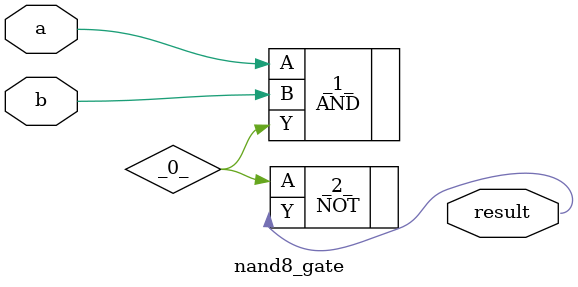
<source format=v>
/* Generated by Yosys 0.41+83 (git sha1 7045cf509, x86_64-w64-mingw32-g++ 13.2.1 -Os) */

/* cells_not_processed =  1  */
/* src = "nand8_gate.v:2.1-17.10" */
module nand8_gate(a, b, result);
  wire _0_;
  /* src = "nand8_gate.v:3.11-3.12" */
  input a;
  wire a;
  /* src = "nand8_gate.v:4.11-4.12" */
  input b;
  wire b;
  /* src = "nand8_gate.v:5.16-5.22" */
  output result;
  wire result;
  AND _1_ (
    .A(a),
    .B(b),
    .Y(_0_)
  );
  NOT _2_ (
    .A(_0_),
    .Y(result)
  );
endmodule

</source>
